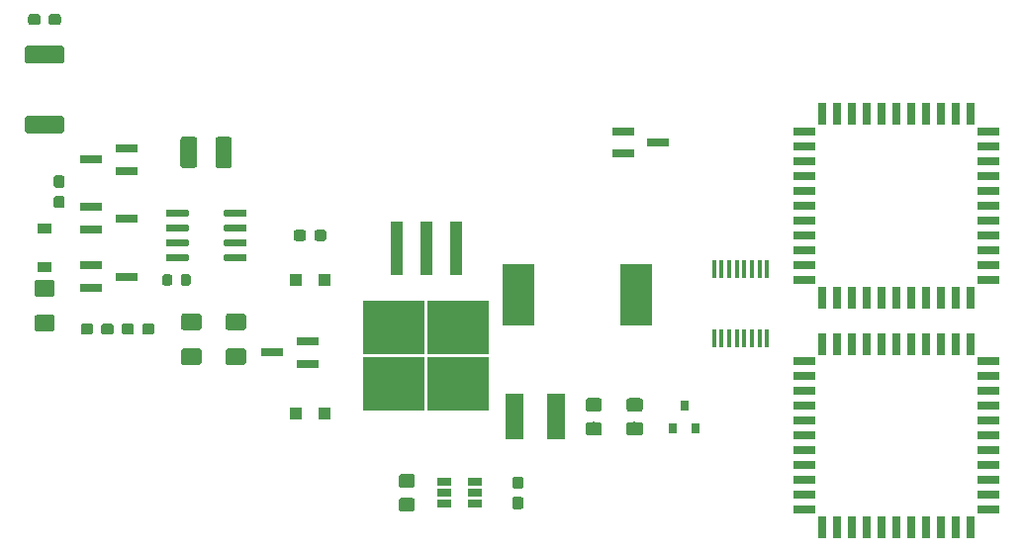
<source format=gbr>
G04 #@! TF.GenerationSoftware,KiCad,Pcbnew,5.1.4*
G04 #@! TF.CreationDate,2019-08-29T18:54:14+02:00*
G04 #@! TF.ProjectId,NixieClock,4e697869-6543-46c6-9f63-6b2e6b696361,rev?*
G04 #@! TF.SameCoordinates,Original*
G04 #@! TF.FileFunction,Paste,Top*
G04 #@! TF.FilePolarity,Positive*
%FSLAX46Y46*%
G04 Gerber Fmt 4.6, Leading zero omitted, Abs format (unit mm)*
G04 Created by KiCad (PCBNEW 5.1.4) date 2019-08-29 18:54:14*
%MOMM*%
%LPD*%
G04 APERTURE LIST*
%ADD10R,1.900000X0.800000*%
%ADD11R,0.800000X0.900000*%
%ADD12R,0.450000X1.500000*%
%ADD13C,0.100000*%
%ADD14C,1.150000*%
%ADD15R,1.220000X0.650000*%
%ADD16R,1.500000X4.000000*%
%ADD17C,0.950000*%
%ADD18C,1.425000*%
%ADD19C,1.525000*%
%ADD20R,1.200000X0.900000*%
%ADD21R,1.925000X0.700000*%
%ADD22R,0.700000X1.925000*%
%ADD23R,1.000000X1.000000*%
%ADD24R,5.250000X4.550000*%
%ADD25R,1.100000X4.600000*%
%ADD26C,0.600000*%
%ADD27R,2.800000X5.300000*%
%ADD28C,0.875000*%
G04 APERTURE END LIST*
D10*
X91500000Y-135500000D03*
X88500000Y-136450000D03*
X88500000Y-134550000D03*
D11*
X93750000Y-158000000D03*
X94700000Y-160000000D03*
X92800000Y-160000000D03*
D10*
X46000000Y-147000000D03*
X43000000Y-147950000D03*
X43000000Y-146050000D03*
D12*
X96277000Y-146369000D03*
X96927000Y-146369000D03*
X97577000Y-146369000D03*
X98227000Y-146369000D03*
X98877000Y-146369000D03*
X99527000Y-146369000D03*
X100177000Y-146369000D03*
X100827000Y-146369000D03*
X100827000Y-152269000D03*
X100177000Y-152269000D03*
X99527000Y-152269000D03*
X98877000Y-152269000D03*
X98227000Y-152269000D03*
X97577000Y-152269000D03*
X96927000Y-152269000D03*
X96277000Y-152269000D03*
D13*
G36*
X70474505Y-165951204D02*
G01*
X70498773Y-165954804D01*
X70522572Y-165960765D01*
X70545671Y-165969030D01*
X70567850Y-165979520D01*
X70588893Y-165992132D01*
X70608599Y-166006747D01*
X70626777Y-166023223D01*
X70643253Y-166041401D01*
X70657868Y-166061107D01*
X70670480Y-166082150D01*
X70680970Y-166104329D01*
X70689235Y-166127428D01*
X70695196Y-166151227D01*
X70698796Y-166175495D01*
X70700000Y-166199999D01*
X70700000Y-166850001D01*
X70698796Y-166874505D01*
X70695196Y-166898773D01*
X70689235Y-166922572D01*
X70680970Y-166945671D01*
X70670480Y-166967850D01*
X70657868Y-166988893D01*
X70643253Y-167008599D01*
X70626777Y-167026777D01*
X70608599Y-167043253D01*
X70588893Y-167057868D01*
X70567850Y-167070480D01*
X70545671Y-167080970D01*
X70522572Y-167089235D01*
X70498773Y-167095196D01*
X70474505Y-167098796D01*
X70450001Y-167100000D01*
X69549999Y-167100000D01*
X69525495Y-167098796D01*
X69501227Y-167095196D01*
X69477428Y-167089235D01*
X69454329Y-167080970D01*
X69432150Y-167070480D01*
X69411107Y-167057868D01*
X69391401Y-167043253D01*
X69373223Y-167026777D01*
X69356747Y-167008599D01*
X69342132Y-166988893D01*
X69329520Y-166967850D01*
X69319030Y-166945671D01*
X69310765Y-166922572D01*
X69304804Y-166898773D01*
X69301204Y-166874505D01*
X69300000Y-166850001D01*
X69300000Y-166199999D01*
X69301204Y-166175495D01*
X69304804Y-166151227D01*
X69310765Y-166127428D01*
X69319030Y-166104329D01*
X69329520Y-166082150D01*
X69342132Y-166061107D01*
X69356747Y-166041401D01*
X69373223Y-166023223D01*
X69391401Y-166006747D01*
X69411107Y-165992132D01*
X69432150Y-165979520D01*
X69454329Y-165969030D01*
X69477428Y-165960765D01*
X69501227Y-165954804D01*
X69525495Y-165951204D01*
X69549999Y-165950000D01*
X70450001Y-165950000D01*
X70474505Y-165951204D01*
X70474505Y-165951204D01*
G37*
D14*
X70000000Y-166525000D03*
D13*
G36*
X70474505Y-163901204D02*
G01*
X70498773Y-163904804D01*
X70522572Y-163910765D01*
X70545671Y-163919030D01*
X70567850Y-163929520D01*
X70588893Y-163942132D01*
X70608599Y-163956747D01*
X70626777Y-163973223D01*
X70643253Y-163991401D01*
X70657868Y-164011107D01*
X70670480Y-164032150D01*
X70680970Y-164054329D01*
X70689235Y-164077428D01*
X70695196Y-164101227D01*
X70698796Y-164125495D01*
X70700000Y-164149999D01*
X70700000Y-164800001D01*
X70698796Y-164824505D01*
X70695196Y-164848773D01*
X70689235Y-164872572D01*
X70680970Y-164895671D01*
X70670480Y-164917850D01*
X70657868Y-164938893D01*
X70643253Y-164958599D01*
X70626777Y-164976777D01*
X70608599Y-164993253D01*
X70588893Y-165007868D01*
X70567850Y-165020480D01*
X70545671Y-165030970D01*
X70522572Y-165039235D01*
X70498773Y-165045196D01*
X70474505Y-165048796D01*
X70450001Y-165050000D01*
X69549999Y-165050000D01*
X69525495Y-165048796D01*
X69501227Y-165045196D01*
X69477428Y-165039235D01*
X69454329Y-165030970D01*
X69432150Y-165020480D01*
X69411107Y-165007868D01*
X69391401Y-164993253D01*
X69373223Y-164976777D01*
X69356747Y-164958599D01*
X69342132Y-164938893D01*
X69329520Y-164917850D01*
X69319030Y-164895671D01*
X69310765Y-164872572D01*
X69304804Y-164848773D01*
X69301204Y-164824505D01*
X69300000Y-164800001D01*
X69300000Y-164149999D01*
X69301204Y-164125495D01*
X69304804Y-164101227D01*
X69310765Y-164077428D01*
X69319030Y-164054329D01*
X69329520Y-164032150D01*
X69342132Y-164011107D01*
X69356747Y-163991401D01*
X69373223Y-163973223D01*
X69391401Y-163956747D01*
X69411107Y-163942132D01*
X69432150Y-163929520D01*
X69454329Y-163919030D01*
X69477428Y-163910765D01*
X69501227Y-163904804D01*
X69525495Y-163901204D01*
X69549999Y-163900000D01*
X70450001Y-163900000D01*
X70474505Y-163901204D01*
X70474505Y-163901204D01*
G37*
D14*
X70000000Y-164475000D03*
D13*
G36*
X89974505Y-159451204D02*
G01*
X89998773Y-159454804D01*
X90022572Y-159460765D01*
X90045671Y-159469030D01*
X90067850Y-159479520D01*
X90088893Y-159492132D01*
X90108599Y-159506747D01*
X90126777Y-159523223D01*
X90143253Y-159541401D01*
X90157868Y-159561107D01*
X90170480Y-159582150D01*
X90180970Y-159604329D01*
X90189235Y-159627428D01*
X90195196Y-159651227D01*
X90198796Y-159675495D01*
X90200000Y-159699999D01*
X90200000Y-160350001D01*
X90198796Y-160374505D01*
X90195196Y-160398773D01*
X90189235Y-160422572D01*
X90180970Y-160445671D01*
X90170480Y-160467850D01*
X90157868Y-160488893D01*
X90143253Y-160508599D01*
X90126777Y-160526777D01*
X90108599Y-160543253D01*
X90088893Y-160557868D01*
X90067850Y-160570480D01*
X90045671Y-160580970D01*
X90022572Y-160589235D01*
X89998773Y-160595196D01*
X89974505Y-160598796D01*
X89950001Y-160600000D01*
X89049999Y-160600000D01*
X89025495Y-160598796D01*
X89001227Y-160595196D01*
X88977428Y-160589235D01*
X88954329Y-160580970D01*
X88932150Y-160570480D01*
X88911107Y-160557868D01*
X88891401Y-160543253D01*
X88873223Y-160526777D01*
X88856747Y-160508599D01*
X88842132Y-160488893D01*
X88829520Y-160467850D01*
X88819030Y-160445671D01*
X88810765Y-160422572D01*
X88804804Y-160398773D01*
X88801204Y-160374505D01*
X88800000Y-160350001D01*
X88800000Y-159699999D01*
X88801204Y-159675495D01*
X88804804Y-159651227D01*
X88810765Y-159627428D01*
X88819030Y-159604329D01*
X88829520Y-159582150D01*
X88842132Y-159561107D01*
X88856747Y-159541401D01*
X88873223Y-159523223D01*
X88891401Y-159506747D01*
X88911107Y-159492132D01*
X88932150Y-159479520D01*
X88954329Y-159469030D01*
X88977428Y-159460765D01*
X89001227Y-159454804D01*
X89025495Y-159451204D01*
X89049999Y-159450000D01*
X89950001Y-159450000D01*
X89974505Y-159451204D01*
X89974505Y-159451204D01*
G37*
D14*
X89500000Y-160025000D03*
D13*
G36*
X89974505Y-157401204D02*
G01*
X89998773Y-157404804D01*
X90022572Y-157410765D01*
X90045671Y-157419030D01*
X90067850Y-157429520D01*
X90088893Y-157442132D01*
X90108599Y-157456747D01*
X90126777Y-157473223D01*
X90143253Y-157491401D01*
X90157868Y-157511107D01*
X90170480Y-157532150D01*
X90180970Y-157554329D01*
X90189235Y-157577428D01*
X90195196Y-157601227D01*
X90198796Y-157625495D01*
X90200000Y-157649999D01*
X90200000Y-158300001D01*
X90198796Y-158324505D01*
X90195196Y-158348773D01*
X90189235Y-158372572D01*
X90180970Y-158395671D01*
X90170480Y-158417850D01*
X90157868Y-158438893D01*
X90143253Y-158458599D01*
X90126777Y-158476777D01*
X90108599Y-158493253D01*
X90088893Y-158507868D01*
X90067850Y-158520480D01*
X90045671Y-158530970D01*
X90022572Y-158539235D01*
X89998773Y-158545196D01*
X89974505Y-158548796D01*
X89950001Y-158550000D01*
X89049999Y-158550000D01*
X89025495Y-158548796D01*
X89001227Y-158545196D01*
X88977428Y-158539235D01*
X88954329Y-158530970D01*
X88932150Y-158520480D01*
X88911107Y-158507868D01*
X88891401Y-158493253D01*
X88873223Y-158476777D01*
X88856747Y-158458599D01*
X88842132Y-158438893D01*
X88829520Y-158417850D01*
X88819030Y-158395671D01*
X88810765Y-158372572D01*
X88804804Y-158348773D01*
X88801204Y-158324505D01*
X88800000Y-158300001D01*
X88800000Y-157649999D01*
X88801204Y-157625495D01*
X88804804Y-157601227D01*
X88810765Y-157577428D01*
X88819030Y-157554329D01*
X88829520Y-157532150D01*
X88842132Y-157511107D01*
X88856747Y-157491401D01*
X88873223Y-157473223D01*
X88891401Y-157456747D01*
X88911107Y-157442132D01*
X88932150Y-157429520D01*
X88954329Y-157419030D01*
X88977428Y-157410765D01*
X89001227Y-157404804D01*
X89025495Y-157401204D01*
X89049999Y-157400000D01*
X89950001Y-157400000D01*
X89974505Y-157401204D01*
X89974505Y-157401204D01*
G37*
D14*
X89500000Y-157975000D03*
D15*
X75810000Y-164550000D03*
X75810000Y-165500000D03*
X75810000Y-166450000D03*
X73190000Y-166450000D03*
X73190000Y-165500000D03*
X73190000Y-164550000D03*
D13*
G36*
X86474505Y-159451204D02*
G01*
X86498773Y-159454804D01*
X86522572Y-159460765D01*
X86545671Y-159469030D01*
X86567850Y-159479520D01*
X86588893Y-159492132D01*
X86608599Y-159506747D01*
X86626777Y-159523223D01*
X86643253Y-159541401D01*
X86657868Y-159561107D01*
X86670480Y-159582150D01*
X86680970Y-159604329D01*
X86689235Y-159627428D01*
X86695196Y-159651227D01*
X86698796Y-159675495D01*
X86700000Y-159699999D01*
X86700000Y-160350001D01*
X86698796Y-160374505D01*
X86695196Y-160398773D01*
X86689235Y-160422572D01*
X86680970Y-160445671D01*
X86670480Y-160467850D01*
X86657868Y-160488893D01*
X86643253Y-160508599D01*
X86626777Y-160526777D01*
X86608599Y-160543253D01*
X86588893Y-160557868D01*
X86567850Y-160570480D01*
X86545671Y-160580970D01*
X86522572Y-160589235D01*
X86498773Y-160595196D01*
X86474505Y-160598796D01*
X86450001Y-160600000D01*
X85549999Y-160600000D01*
X85525495Y-160598796D01*
X85501227Y-160595196D01*
X85477428Y-160589235D01*
X85454329Y-160580970D01*
X85432150Y-160570480D01*
X85411107Y-160557868D01*
X85391401Y-160543253D01*
X85373223Y-160526777D01*
X85356747Y-160508599D01*
X85342132Y-160488893D01*
X85329520Y-160467850D01*
X85319030Y-160445671D01*
X85310765Y-160422572D01*
X85304804Y-160398773D01*
X85301204Y-160374505D01*
X85300000Y-160350001D01*
X85300000Y-159699999D01*
X85301204Y-159675495D01*
X85304804Y-159651227D01*
X85310765Y-159627428D01*
X85319030Y-159604329D01*
X85329520Y-159582150D01*
X85342132Y-159561107D01*
X85356747Y-159541401D01*
X85373223Y-159523223D01*
X85391401Y-159506747D01*
X85411107Y-159492132D01*
X85432150Y-159479520D01*
X85454329Y-159469030D01*
X85477428Y-159460765D01*
X85501227Y-159454804D01*
X85525495Y-159451204D01*
X85549999Y-159450000D01*
X86450001Y-159450000D01*
X86474505Y-159451204D01*
X86474505Y-159451204D01*
G37*
D14*
X86000000Y-160025000D03*
D13*
G36*
X86474505Y-157401204D02*
G01*
X86498773Y-157404804D01*
X86522572Y-157410765D01*
X86545671Y-157419030D01*
X86567850Y-157429520D01*
X86588893Y-157442132D01*
X86608599Y-157456747D01*
X86626777Y-157473223D01*
X86643253Y-157491401D01*
X86657868Y-157511107D01*
X86670480Y-157532150D01*
X86680970Y-157554329D01*
X86689235Y-157577428D01*
X86695196Y-157601227D01*
X86698796Y-157625495D01*
X86700000Y-157649999D01*
X86700000Y-158300001D01*
X86698796Y-158324505D01*
X86695196Y-158348773D01*
X86689235Y-158372572D01*
X86680970Y-158395671D01*
X86670480Y-158417850D01*
X86657868Y-158438893D01*
X86643253Y-158458599D01*
X86626777Y-158476777D01*
X86608599Y-158493253D01*
X86588893Y-158507868D01*
X86567850Y-158520480D01*
X86545671Y-158530970D01*
X86522572Y-158539235D01*
X86498773Y-158545196D01*
X86474505Y-158548796D01*
X86450001Y-158550000D01*
X85549999Y-158550000D01*
X85525495Y-158548796D01*
X85501227Y-158545196D01*
X85477428Y-158539235D01*
X85454329Y-158530970D01*
X85432150Y-158520480D01*
X85411107Y-158507868D01*
X85391401Y-158493253D01*
X85373223Y-158476777D01*
X85356747Y-158458599D01*
X85342132Y-158438893D01*
X85329520Y-158417850D01*
X85319030Y-158395671D01*
X85310765Y-158372572D01*
X85304804Y-158348773D01*
X85301204Y-158324505D01*
X85300000Y-158300001D01*
X85300000Y-157649999D01*
X85301204Y-157625495D01*
X85304804Y-157601227D01*
X85310765Y-157577428D01*
X85319030Y-157554329D01*
X85329520Y-157532150D01*
X85342132Y-157511107D01*
X85356747Y-157491401D01*
X85373223Y-157473223D01*
X85391401Y-157456747D01*
X85411107Y-157442132D01*
X85432150Y-157429520D01*
X85454329Y-157419030D01*
X85477428Y-157410765D01*
X85501227Y-157404804D01*
X85525495Y-157401204D01*
X85549999Y-157400000D01*
X86450001Y-157400000D01*
X86474505Y-157401204D01*
X86474505Y-157401204D01*
G37*
D14*
X86000000Y-157975000D03*
D16*
X79200000Y-159000000D03*
X82800000Y-159000000D03*
D13*
G36*
X79760779Y-165851144D02*
G01*
X79783834Y-165854563D01*
X79806443Y-165860227D01*
X79828387Y-165868079D01*
X79849457Y-165878044D01*
X79869448Y-165890026D01*
X79888168Y-165903910D01*
X79905438Y-165919562D01*
X79921090Y-165936832D01*
X79934974Y-165955552D01*
X79946956Y-165975543D01*
X79956921Y-165996613D01*
X79964773Y-166018557D01*
X79970437Y-166041166D01*
X79973856Y-166064221D01*
X79975000Y-166087500D01*
X79975000Y-166662500D01*
X79973856Y-166685779D01*
X79970437Y-166708834D01*
X79964773Y-166731443D01*
X79956921Y-166753387D01*
X79946956Y-166774457D01*
X79934974Y-166794448D01*
X79921090Y-166813168D01*
X79905438Y-166830438D01*
X79888168Y-166846090D01*
X79869448Y-166859974D01*
X79849457Y-166871956D01*
X79828387Y-166881921D01*
X79806443Y-166889773D01*
X79783834Y-166895437D01*
X79760779Y-166898856D01*
X79737500Y-166900000D01*
X79262500Y-166900000D01*
X79239221Y-166898856D01*
X79216166Y-166895437D01*
X79193557Y-166889773D01*
X79171613Y-166881921D01*
X79150543Y-166871956D01*
X79130552Y-166859974D01*
X79111832Y-166846090D01*
X79094562Y-166830438D01*
X79078910Y-166813168D01*
X79065026Y-166794448D01*
X79053044Y-166774457D01*
X79043079Y-166753387D01*
X79035227Y-166731443D01*
X79029563Y-166708834D01*
X79026144Y-166685779D01*
X79025000Y-166662500D01*
X79025000Y-166087500D01*
X79026144Y-166064221D01*
X79029563Y-166041166D01*
X79035227Y-166018557D01*
X79043079Y-165996613D01*
X79053044Y-165975543D01*
X79065026Y-165955552D01*
X79078910Y-165936832D01*
X79094562Y-165919562D01*
X79111832Y-165903910D01*
X79130552Y-165890026D01*
X79150543Y-165878044D01*
X79171613Y-165868079D01*
X79193557Y-165860227D01*
X79216166Y-165854563D01*
X79239221Y-165851144D01*
X79262500Y-165850000D01*
X79737500Y-165850000D01*
X79760779Y-165851144D01*
X79760779Y-165851144D01*
G37*
D17*
X79500000Y-166375000D03*
D13*
G36*
X79760779Y-164101144D02*
G01*
X79783834Y-164104563D01*
X79806443Y-164110227D01*
X79828387Y-164118079D01*
X79849457Y-164128044D01*
X79869448Y-164140026D01*
X79888168Y-164153910D01*
X79905438Y-164169562D01*
X79921090Y-164186832D01*
X79934974Y-164205552D01*
X79946956Y-164225543D01*
X79956921Y-164246613D01*
X79964773Y-164268557D01*
X79970437Y-164291166D01*
X79973856Y-164314221D01*
X79975000Y-164337500D01*
X79975000Y-164912500D01*
X79973856Y-164935779D01*
X79970437Y-164958834D01*
X79964773Y-164981443D01*
X79956921Y-165003387D01*
X79946956Y-165024457D01*
X79934974Y-165044448D01*
X79921090Y-165063168D01*
X79905438Y-165080438D01*
X79888168Y-165096090D01*
X79869448Y-165109974D01*
X79849457Y-165121956D01*
X79828387Y-165131921D01*
X79806443Y-165139773D01*
X79783834Y-165145437D01*
X79760779Y-165148856D01*
X79737500Y-165150000D01*
X79262500Y-165150000D01*
X79239221Y-165148856D01*
X79216166Y-165145437D01*
X79193557Y-165139773D01*
X79171613Y-165131921D01*
X79150543Y-165121956D01*
X79130552Y-165109974D01*
X79111832Y-165096090D01*
X79094562Y-165080438D01*
X79078910Y-165063168D01*
X79065026Y-165044448D01*
X79053044Y-165024457D01*
X79043079Y-165003387D01*
X79035227Y-164981443D01*
X79029563Y-164958834D01*
X79026144Y-164935779D01*
X79025000Y-164912500D01*
X79025000Y-164337500D01*
X79026144Y-164314221D01*
X79029563Y-164291166D01*
X79035227Y-164268557D01*
X79043079Y-164246613D01*
X79053044Y-164225543D01*
X79065026Y-164205552D01*
X79078910Y-164186832D01*
X79094562Y-164169562D01*
X79111832Y-164153910D01*
X79130552Y-164140026D01*
X79150543Y-164128044D01*
X79171613Y-164118079D01*
X79193557Y-164110227D01*
X79216166Y-164104563D01*
X79239221Y-164101144D01*
X79262500Y-164100000D01*
X79737500Y-164100000D01*
X79760779Y-164101144D01*
X79760779Y-164101144D01*
G37*
D17*
X79500000Y-164625000D03*
D10*
X58500000Y-153500000D03*
X61500000Y-152550000D03*
X61500000Y-154450000D03*
D13*
G36*
X39649504Y-147301204D02*
G01*
X39673773Y-147304804D01*
X39697571Y-147310765D01*
X39720671Y-147319030D01*
X39742849Y-147329520D01*
X39763893Y-147342133D01*
X39783598Y-147356747D01*
X39801777Y-147373223D01*
X39818253Y-147391402D01*
X39832867Y-147411107D01*
X39845480Y-147432151D01*
X39855970Y-147454329D01*
X39864235Y-147477429D01*
X39870196Y-147501227D01*
X39873796Y-147525496D01*
X39875000Y-147550000D01*
X39875000Y-148475000D01*
X39873796Y-148499504D01*
X39870196Y-148523773D01*
X39864235Y-148547571D01*
X39855970Y-148570671D01*
X39845480Y-148592849D01*
X39832867Y-148613893D01*
X39818253Y-148633598D01*
X39801777Y-148651777D01*
X39783598Y-148668253D01*
X39763893Y-148682867D01*
X39742849Y-148695480D01*
X39720671Y-148705970D01*
X39697571Y-148714235D01*
X39673773Y-148720196D01*
X39649504Y-148723796D01*
X39625000Y-148725000D01*
X38375000Y-148725000D01*
X38350496Y-148723796D01*
X38326227Y-148720196D01*
X38302429Y-148714235D01*
X38279329Y-148705970D01*
X38257151Y-148695480D01*
X38236107Y-148682867D01*
X38216402Y-148668253D01*
X38198223Y-148651777D01*
X38181747Y-148633598D01*
X38167133Y-148613893D01*
X38154520Y-148592849D01*
X38144030Y-148570671D01*
X38135765Y-148547571D01*
X38129804Y-148523773D01*
X38126204Y-148499504D01*
X38125000Y-148475000D01*
X38125000Y-147550000D01*
X38126204Y-147525496D01*
X38129804Y-147501227D01*
X38135765Y-147477429D01*
X38144030Y-147454329D01*
X38154520Y-147432151D01*
X38167133Y-147411107D01*
X38181747Y-147391402D01*
X38198223Y-147373223D01*
X38216402Y-147356747D01*
X38236107Y-147342133D01*
X38257151Y-147329520D01*
X38279329Y-147319030D01*
X38302429Y-147310765D01*
X38326227Y-147304804D01*
X38350496Y-147301204D01*
X38375000Y-147300000D01*
X39625000Y-147300000D01*
X39649504Y-147301204D01*
X39649504Y-147301204D01*
G37*
D18*
X39000000Y-148012500D03*
D13*
G36*
X39649504Y-150276204D02*
G01*
X39673773Y-150279804D01*
X39697571Y-150285765D01*
X39720671Y-150294030D01*
X39742849Y-150304520D01*
X39763893Y-150317133D01*
X39783598Y-150331747D01*
X39801777Y-150348223D01*
X39818253Y-150366402D01*
X39832867Y-150386107D01*
X39845480Y-150407151D01*
X39855970Y-150429329D01*
X39864235Y-150452429D01*
X39870196Y-150476227D01*
X39873796Y-150500496D01*
X39875000Y-150525000D01*
X39875000Y-151450000D01*
X39873796Y-151474504D01*
X39870196Y-151498773D01*
X39864235Y-151522571D01*
X39855970Y-151545671D01*
X39845480Y-151567849D01*
X39832867Y-151588893D01*
X39818253Y-151608598D01*
X39801777Y-151626777D01*
X39783598Y-151643253D01*
X39763893Y-151657867D01*
X39742849Y-151670480D01*
X39720671Y-151680970D01*
X39697571Y-151689235D01*
X39673773Y-151695196D01*
X39649504Y-151698796D01*
X39625000Y-151700000D01*
X38375000Y-151700000D01*
X38350496Y-151698796D01*
X38326227Y-151695196D01*
X38302429Y-151689235D01*
X38279329Y-151680970D01*
X38257151Y-151670480D01*
X38236107Y-151657867D01*
X38216402Y-151643253D01*
X38198223Y-151626777D01*
X38181747Y-151608598D01*
X38167133Y-151588893D01*
X38154520Y-151567849D01*
X38144030Y-151545671D01*
X38135765Y-151522571D01*
X38129804Y-151498773D01*
X38126204Y-151474504D01*
X38125000Y-151450000D01*
X38125000Y-150525000D01*
X38126204Y-150500496D01*
X38129804Y-150476227D01*
X38135765Y-150452429D01*
X38144030Y-150429329D01*
X38154520Y-150407151D01*
X38167133Y-150386107D01*
X38181747Y-150366402D01*
X38198223Y-150348223D01*
X38216402Y-150331747D01*
X38236107Y-150317133D01*
X38257151Y-150304520D01*
X38279329Y-150294030D01*
X38302429Y-150285765D01*
X38326227Y-150279804D01*
X38350496Y-150276204D01*
X38375000Y-150275000D01*
X39625000Y-150275000D01*
X39649504Y-150276204D01*
X39649504Y-150276204D01*
G37*
D18*
X39000000Y-150987500D03*
D10*
X46000000Y-142000000D03*
X43000000Y-142950000D03*
X43000000Y-141050000D03*
X43000000Y-137000000D03*
X46000000Y-136050000D03*
X46000000Y-137950000D03*
D13*
G36*
X40185779Y-124526144D02*
G01*
X40208834Y-124529563D01*
X40231443Y-124535227D01*
X40253387Y-124543079D01*
X40274457Y-124553044D01*
X40294448Y-124565026D01*
X40313168Y-124578910D01*
X40330438Y-124594562D01*
X40346090Y-124611832D01*
X40359974Y-124630552D01*
X40371956Y-124650543D01*
X40381921Y-124671613D01*
X40389773Y-124693557D01*
X40395437Y-124716166D01*
X40398856Y-124739221D01*
X40400000Y-124762500D01*
X40400000Y-125237500D01*
X40398856Y-125260779D01*
X40395437Y-125283834D01*
X40389773Y-125306443D01*
X40381921Y-125328387D01*
X40371956Y-125349457D01*
X40359974Y-125369448D01*
X40346090Y-125388168D01*
X40330438Y-125405438D01*
X40313168Y-125421090D01*
X40294448Y-125434974D01*
X40274457Y-125446956D01*
X40253387Y-125456921D01*
X40231443Y-125464773D01*
X40208834Y-125470437D01*
X40185779Y-125473856D01*
X40162500Y-125475000D01*
X39587500Y-125475000D01*
X39564221Y-125473856D01*
X39541166Y-125470437D01*
X39518557Y-125464773D01*
X39496613Y-125456921D01*
X39475543Y-125446956D01*
X39455552Y-125434974D01*
X39436832Y-125421090D01*
X39419562Y-125405438D01*
X39403910Y-125388168D01*
X39390026Y-125369448D01*
X39378044Y-125349457D01*
X39368079Y-125328387D01*
X39360227Y-125306443D01*
X39354563Y-125283834D01*
X39351144Y-125260779D01*
X39350000Y-125237500D01*
X39350000Y-124762500D01*
X39351144Y-124739221D01*
X39354563Y-124716166D01*
X39360227Y-124693557D01*
X39368079Y-124671613D01*
X39378044Y-124650543D01*
X39390026Y-124630552D01*
X39403910Y-124611832D01*
X39419562Y-124594562D01*
X39436832Y-124578910D01*
X39455552Y-124565026D01*
X39475543Y-124553044D01*
X39496613Y-124543079D01*
X39518557Y-124535227D01*
X39541166Y-124529563D01*
X39564221Y-124526144D01*
X39587500Y-124525000D01*
X40162500Y-124525000D01*
X40185779Y-124526144D01*
X40185779Y-124526144D01*
G37*
D17*
X39875000Y-125000000D03*
D13*
G36*
X38435779Y-124526144D02*
G01*
X38458834Y-124529563D01*
X38481443Y-124535227D01*
X38503387Y-124543079D01*
X38524457Y-124553044D01*
X38544448Y-124565026D01*
X38563168Y-124578910D01*
X38580438Y-124594562D01*
X38596090Y-124611832D01*
X38609974Y-124630552D01*
X38621956Y-124650543D01*
X38631921Y-124671613D01*
X38639773Y-124693557D01*
X38645437Y-124716166D01*
X38648856Y-124739221D01*
X38650000Y-124762500D01*
X38650000Y-125237500D01*
X38648856Y-125260779D01*
X38645437Y-125283834D01*
X38639773Y-125306443D01*
X38631921Y-125328387D01*
X38621956Y-125349457D01*
X38609974Y-125369448D01*
X38596090Y-125388168D01*
X38580438Y-125405438D01*
X38563168Y-125421090D01*
X38544448Y-125434974D01*
X38524457Y-125446956D01*
X38503387Y-125456921D01*
X38481443Y-125464773D01*
X38458834Y-125470437D01*
X38435779Y-125473856D01*
X38412500Y-125475000D01*
X37837500Y-125475000D01*
X37814221Y-125473856D01*
X37791166Y-125470437D01*
X37768557Y-125464773D01*
X37746613Y-125456921D01*
X37725543Y-125446956D01*
X37705552Y-125434974D01*
X37686832Y-125421090D01*
X37669562Y-125405438D01*
X37653910Y-125388168D01*
X37640026Y-125369448D01*
X37628044Y-125349457D01*
X37618079Y-125328387D01*
X37610227Y-125306443D01*
X37604563Y-125283834D01*
X37601144Y-125260779D01*
X37600000Y-125237500D01*
X37600000Y-124762500D01*
X37601144Y-124739221D01*
X37604563Y-124716166D01*
X37610227Y-124693557D01*
X37618079Y-124671613D01*
X37628044Y-124650543D01*
X37640026Y-124630552D01*
X37653910Y-124611832D01*
X37669562Y-124594562D01*
X37686832Y-124578910D01*
X37705552Y-124565026D01*
X37725543Y-124553044D01*
X37746613Y-124543079D01*
X37768557Y-124535227D01*
X37791166Y-124529563D01*
X37814221Y-124526144D01*
X37837500Y-124525000D01*
X38412500Y-124525000D01*
X38435779Y-124526144D01*
X38435779Y-124526144D01*
G37*
D17*
X38125000Y-125000000D03*
D13*
G36*
X40510779Y-138351144D02*
G01*
X40533834Y-138354563D01*
X40556443Y-138360227D01*
X40578387Y-138368079D01*
X40599457Y-138378044D01*
X40619448Y-138390026D01*
X40638168Y-138403910D01*
X40655438Y-138419562D01*
X40671090Y-138436832D01*
X40684974Y-138455552D01*
X40696956Y-138475543D01*
X40706921Y-138496613D01*
X40714773Y-138518557D01*
X40720437Y-138541166D01*
X40723856Y-138564221D01*
X40725000Y-138587500D01*
X40725000Y-139162500D01*
X40723856Y-139185779D01*
X40720437Y-139208834D01*
X40714773Y-139231443D01*
X40706921Y-139253387D01*
X40696956Y-139274457D01*
X40684974Y-139294448D01*
X40671090Y-139313168D01*
X40655438Y-139330438D01*
X40638168Y-139346090D01*
X40619448Y-139359974D01*
X40599457Y-139371956D01*
X40578387Y-139381921D01*
X40556443Y-139389773D01*
X40533834Y-139395437D01*
X40510779Y-139398856D01*
X40487500Y-139400000D01*
X40012500Y-139400000D01*
X39989221Y-139398856D01*
X39966166Y-139395437D01*
X39943557Y-139389773D01*
X39921613Y-139381921D01*
X39900543Y-139371956D01*
X39880552Y-139359974D01*
X39861832Y-139346090D01*
X39844562Y-139330438D01*
X39828910Y-139313168D01*
X39815026Y-139294448D01*
X39803044Y-139274457D01*
X39793079Y-139253387D01*
X39785227Y-139231443D01*
X39779563Y-139208834D01*
X39776144Y-139185779D01*
X39775000Y-139162500D01*
X39775000Y-138587500D01*
X39776144Y-138564221D01*
X39779563Y-138541166D01*
X39785227Y-138518557D01*
X39793079Y-138496613D01*
X39803044Y-138475543D01*
X39815026Y-138455552D01*
X39828910Y-138436832D01*
X39844562Y-138419562D01*
X39861832Y-138403910D01*
X39880552Y-138390026D01*
X39900543Y-138378044D01*
X39921613Y-138368079D01*
X39943557Y-138360227D01*
X39966166Y-138354563D01*
X39989221Y-138351144D01*
X40012500Y-138350000D01*
X40487500Y-138350000D01*
X40510779Y-138351144D01*
X40510779Y-138351144D01*
G37*
D17*
X40250000Y-138875000D03*
D13*
G36*
X40510779Y-140101144D02*
G01*
X40533834Y-140104563D01*
X40556443Y-140110227D01*
X40578387Y-140118079D01*
X40599457Y-140128044D01*
X40619448Y-140140026D01*
X40638168Y-140153910D01*
X40655438Y-140169562D01*
X40671090Y-140186832D01*
X40684974Y-140205552D01*
X40696956Y-140225543D01*
X40706921Y-140246613D01*
X40714773Y-140268557D01*
X40720437Y-140291166D01*
X40723856Y-140314221D01*
X40725000Y-140337500D01*
X40725000Y-140912500D01*
X40723856Y-140935779D01*
X40720437Y-140958834D01*
X40714773Y-140981443D01*
X40706921Y-141003387D01*
X40696956Y-141024457D01*
X40684974Y-141044448D01*
X40671090Y-141063168D01*
X40655438Y-141080438D01*
X40638168Y-141096090D01*
X40619448Y-141109974D01*
X40599457Y-141121956D01*
X40578387Y-141131921D01*
X40556443Y-141139773D01*
X40533834Y-141145437D01*
X40510779Y-141148856D01*
X40487500Y-141150000D01*
X40012500Y-141150000D01*
X39989221Y-141148856D01*
X39966166Y-141145437D01*
X39943557Y-141139773D01*
X39921613Y-141131921D01*
X39900543Y-141121956D01*
X39880552Y-141109974D01*
X39861832Y-141096090D01*
X39844562Y-141080438D01*
X39828910Y-141063168D01*
X39815026Y-141044448D01*
X39803044Y-141024457D01*
X39793079Y-141003387D01*
X39785227Y-140981443D01*
X39779563Y-140958834D01*
X39776144Y-140935779D01*
X39775000Y-140912500D01*
X39775000Y-140337500D01*
X39776144Y-140314221D01*
X39779563Y-140291166D01*
X39785227Y-140268557D01*
X39793079Y-140246613D01*
X39803044Y-140225543D01*
X39815026Y-140205552D01*
X39828910Y-140186832D01*
X39844562Y-140169562D01*
X39861832Y-140153910D01*
X39880552Y-140140026D01*
X39900543Y-140128044D01*
X39921613Y-140118079D01*
X39943557Y-140110227D01*
X39966166Y-140104563D01*
X39989221Y-140101144D01*
X40012500Y-140100000D01*
X40487500Y-140100000D01*
X40510779Y-140101144D01*
X40510779Y-140101144D01*
G37*
D17*
X40250000Y-140625000D03*
D13*
G36*
X48185779Y-151026144D02*
G01*
X48208834Y-151029563D01*
X48231443Y-151035227D01*
X48253387Y-151043079D01*
X48274457Y-151053044D01*
X48294448Y-151065026D01*
X48313168Y-151078910D01*
X48330438Y-151094562D01*
X48346090Y-151111832D01*
X48359974Y-151130552D01*
X48371956Y-151150543D01*
X48381921Y-151171613D01*
X48389773Y-151193557D01*
X48395437Y-151216166D01*
X48398856Y-151239221D01*
X48400000Y-151262500D01*
X48400000Y-151737500D01*
X48398856Y-151760779D01*
X48395437Y-151783834D01*
X48389773Y-151806443D01*
X48381921Y-151828387D01*
X48371956Y-151849457D01*
X48359974Y-151869448D01*
X48346090Y-151888168D01*
X48330438Y-151905438D01*
X48313168Y-151921090D01*
X48294448Y-151934974D01*
X48274457Y-151946956D01*
X48253387Y-151956921D01*
X48231443Y-151964773D01*
X48208834Y-151970437D01*
X48185779Y-151973856D01*
X48162500Y-151975000D01*
X47587500Y-151975000D01*
X47564221Y-151973856D01*
X47541166Y-151970437D01*
X47518557Y-151964773D01*
X47496613Y-151956921D01*
X47475543Y-151946956D01*
X47455552Y-151934974D01*
X47436832Y-151921090D01*
X47419562Y-151905438D01*
X47403910Y-151888168D01*
X47390026Y-151869448D01*
X47378044Y-151849457D01*
X47368079Y-151828387D01*
X47360227Y-151806443D01*
X47354563Y-151783834D01*
X47351144Y-151760779D01*
X47350000Y-151737500D01*
X47350000Y-151262500D01*
X47351144Y-151239221D01*
X47354563Y-151216166D01*
X47360227Y-151193557D01*
X47368079Y-151171613D01*
X47378044Y-151150543D01*
X47390026Y-151130552D01*
X47403910Y-151111832D01*
X47419562Y-151094562D01*
X47436832Y-151078910D01*
X47455552Y-151065026D01*
X47475543Y-151053044D01*
X47496613Y-151043079D01*
X47518557Y-151035227D01*
X47541166Y-151029563D01*
X47564221Y-151026144D01*
X47587500Y-151025000D01*
X48162500Y-151025000D01*
X48185779Y-151026144D01*
X48185779Y-151026144D01*
G37*
D17*
X47875000Y-151500000D03*
D13*
G36*
X46435779Y-151026144D02*
G01*
X46458834Y-151029563D01*
X46481443Y-151035227D01*
X46503387Y-151043079D01*
X46524457Y-151053044D01*
X46544448Y-151065026D01*
X46563168Y-151078910D01*
X46580438Y-151094562D01*
X46596090Y-151111832D01*
X46609974Y-151130552D01*
X46621956Y-151150543D01*
X46631921Y-151171613D01*
X46639773Y-151193557D01*
X46645437Y-151216166D01*
X46648856Y-151239221D01*
X46650000Y-151262500D01*
X46650000Y-151737500D01*
X46648856Y-151760779D01*
X46645437Y-151783834D01*
X46639773Y-151806443D01*
X46631921Y-151828387D01*
X46621956Y-151849457D01*
X46609974Y-151869448D01*
X46596090Y-151888168D01*
X46580438Y-151905438D01*
X46563168Y-151921090D01*
X46544448Y-151934974D01*
X46524457Y-151946956D01*
X46503387Y-151956921D01*
X46481443Y-151964773D01*
X46458834Y-151970437D01*
X46435779Y-151973856D01*
X46412500Y-151975000D01*
X45837500Y-151975000D01*
X45814221Y-151973856D01*
X45791166Y-151970437D01*
X45768557Y-151964773D01*
X45746613Y-151956921D01*
X45725543Y-151946956D01*
X45705552Y-151934974D01*
X45686832Y-151921090D01*
X45669562Y-151905438D01*
X45653910Y-151888168D01*
X45640026Y-151869448D01*
X45628044Y-151849457D01*
X45618079Y-151828387D01*
X45610227Y-151806443D01*
X45604563Y-151783834D01*
X45601144Y-151760779D01*
X45600000Y-151737500D01*
X45600000Y-151262500D01*
X45601144Y-151239221D01*
X45604563Y-151216166D01*
X45610227Y-151193557D01*
X45618079Y-151171613D01*
X45628044Y-151150543D01*
X45640026Y-151130552D01*
X45653910Y-151111832D01*
X45669562Y-151094562D01*
X45686832Y-151078910D01*
X45705552Y-151065026D01*
X45725543Y-151053044D01*
X45746613Y-151043079D01*
X45768557Y-151035227D01*
X45791166Y-151029563D01*
X45814221Y-151026144D01*
X45837500Y-151025000D01*
X46412500Y-151025000D01*
X46435779Y-151026144D01*
X46435779Y-151026144D01*
G37*
D17*
X46125000Y-151500000D03*
D13*
G36*
X40449505Y-127251204D02*
G01*
X40473773Y-127254804D01*
X40497572Y-127260765D01*
X40520671Y-127269030D01*
X40542850Y-127279520D01*
X40563893Y-127292132D01*
X40583599Y-127306747D01*
X40601777Y-127323223D01*
X40618253Y-127341401D01*
X40632868Y-127361107D01*
X40645480Y-127382150D01*
X40655970Y-127404329D01*
X40664235Y-127427428D01*
X40670196Y-127451227D01*
X40673796Y-127475495D01*
X40675000Y-127499999D01*
X40675000Y-128525001D01*
X40673796Y-128549505D01*
X40670196Y-128573773D01*
X40664235Y-128597572D01*
X40655970Y-128620671D01*
X40645480Y-128642850D01*
X40632868Y-128663893D01*
X40618253Y-128683599D01*
X40601777Y-128701777D01*
X40583599Y-128718253D01*
X40563893Y-128732868D01*
X40542850Y-128745480D01*
X40520671Y-128755970D01*
X40497572Y-128764235D01*
X40473773Y-128770196D01*
X40449505Y-128773796D01*
X40425001Y-128775000D01*
X37574999Y-128775000D01*
X37550495Y-128773796D01*
X37526227Y-128770196D01*
X37502428Y-128764235D01*
X37479329Y-128755970D01*
X37457150Y-128745480D01*
X37436107Y-128732868D01*
X37416401Y-128718253D01*
X37398223Y-128701777D01*
X37381747Y-128683599D01*
X37367132Y-128663893D01*
X37354520Y-128642850D01*
X37344030Y-128620671D01*
X37335765Y-128597572D01*
X37329804Y-128573773D01*
X37326204Y-128549505D01*
X37325000Y-128525001D01*
X37325000Y-127499999D01*
X37326204Y-127475495D01*
X37329804Y-127451227D01*
X37335765Y-127427428D01*
X37344030Y-127404329D01*
X37354520Y-127382150D01*
X37367132Y-127361107D01*
X37381747Y-127341401D01*
X37398223Y-127323223D01*
X37416401Y-127306747D01*
X37436107Y-127292132D01*
X37457150Y-127279520D01*
X37479329Y-127269030D01*
X37502428Y-127260765D01*
X37526227Y-127254804D01*
X37550495Y-127251204D01*
X37574999Y-127250000D01*
X40425001Y-127250000D01*
X40449505Y-127251204D01*
X40449505Y-127251204D01*
G37*
D19*
X39000000Y-128012500D03*
D13*
G36*
X40449505Y-133226204D02*
G01*
X40473773Y-133229804D01*
X40497572Y-133235765D01*
X40520671Y-133244030D01*
X40542850Y-133254520D01*
X40563893Y-133267132D01*
X40583599Y-133281747D01*
X40601777Y-133298223D01*
X40618253Y-133316401D01*
X40632868Y-133336107D01*
X40645480Y-133357150D01*
X40655970Y-133379329D01*
X40664235Y-133402428D01*
X40670196Y-133426227D01*
X40673796Y-133450495D01*
X40675000Y-133474999D01*
X40675000Y-134500001D01*
X40673796Y-134524505D01*
X40670196Y-134548773D01*
X40664235Y-134572572D01*
X40655970Y-134595671D01*
X40645480Y-134617850D01*
X40632868Y-134638893D01*
X40618253Y-134658599D01*
X40601777Y-134676777D01*
X40583599Y-134693253D01*
X40563893Y-134707868D01*
X40542850Y-134720480D01*
X40520671Y-134730970D01*
X40497572Y-134739235D01*
X40473773Y-134745196D01*
X40449505Y-134748796D01*
X40425001Y-134750000D01*
X37574999Y-134750000D01*
X37550495Y-134748796D01*
X37526227Y-134745196D01*
X37502428Y-134739235D01*
X37479329Y-134730970D01*
X37457150Y-134720480D01*
X37436107Y-134707868D01*
X37416401Y-134693253D01*
X37398223Y-134676777D01*
X37381747Y-134658599D01*
X37367132Y-134638893D01*
X37354520Y-134617850D01*
X37344030Y-134595671D01*
X37335765Y-134572572D01*
X37329804Y-134548773D01*
X37326204Y-134524505D01*
X37325000Y-134500001D01*
X37325000Y-133474999D01*
X37326204Y-133450495D01*
X37329804Y-133426227D01*
X37335765Y-133402428D01*
X37344030Y-133379329D01*
X37354520Y-133357150D01*
X37367132Y-133336107D01*
X37381747Y-133316401D01*
X37398223Y-133298223D01*
X37416401Y-133281747D01*
X37436107Y-133267132D01*
X37457150Y-133254520D01*
X37479329Y-133244030D01*
X37502428Y-133235765D01*
X37526227Y-133229804D01*
X37550495Y-133226204D01*
X37574999Y-133225000D01*
X40425001Y-133225000D01*
X40449505Y-133226204D01*
X40449505Y-133226204D01*
G37*
D19*
X39000000Y-133987500D03*
D20*
X39000000Y-142850000D03*
X39000000Y-146150000D03*
D13*
G36*
X44685779Y-151026144D02*
G01*
X44708834Y-151029563D01*
X44731443Y-151035227D01*
X44753387Y-151043079D01*
X44774457Y-151053044D01*
X44794448Y-151065026D01*
X44813168Y-151078910D01*
X44830438Y-151094562D01*
X44846090Y-151111832D01*
X44859974Y-151130552D01*
X44871956Y-151150543D01*
X44881921Y-151171613D01*
X44889773Y-151193557D01*
X44895437Y-151216166D01*
X44898856Y-151239221D01*
X44900000Y-151262500D01*
X44900000Y-151737500D01*
X44898856Y-151760779D01*
X44895437Y-151783834D01*
X44889773Y-151806443D01*
X44881921Y-151828387D01*
X44871956Y-151849457D01*
X44859974Y-151869448D01*
X44846090Y-151888168D01*
X44830438Y-151905438D01*
X44813168Y-151921090D01*
X44794448Y-151934974D01*
X44774457Y-151946956D01*
X44753387Y-151956921D01*
X44731443Y-151964773D01*
X44708834Y-151970437D01*
X44685779Y-151973856D01*
X44662500Y-151975000D01*
X44087500Y-151975000D01*
X44064221Y-151973856D01*
X44041166Y-151970437D01*
X44018557Y-151964773D01*
X43996613Y-151956921D01*
X43975543Y-151946956D01*
X43955552Y-151934974D01*
X43936832Y-151921090D01*
X43919562Y-151905438D01*
X43903910Y-151888168D01*
X43890026Y-151869448D01*
X43878044Y-151849457D01*
X43868079Y-151828387D01*
X43860227Y-151806443D01*
X43854563Y-151783834D01*
X43851144Y-151760779D01*
X43850000Y-151737500D01*
X43850000Y-151262500D01*
X43851144Y-151239221D01*
X43854563Y-151216166D01*
X43860227Y-151193557D01*
X43868079Y-151171613D01*
X43878044Y-151150543D01*
X43890026Y-151130552D01*
X43903910Y-151111832D01*
X43919562Y-151094562D01*
X43936832Y-151078910D01*
X43955552Y-151065026D01*
X43975543Y-151053044D01*
X43996613Y-151043079D01*
X44018557Y-151035227D01*
X44041166Y-151029563D01*
X44064221Y-151026144D01*
X44087500Y-151025000D01*
X44662500Y-151025000D01*
X44685779Y-151026144D01*
X44685779Y-151026144D01*
G37*
D17*
X44375000Y-151500000D03*
D13*
G36*
X42935779Y-151026144D02*
G01*
X42958834Y-151029563D01*
X42981443Y-151035227D01*
X43003387Y-151043079D01*
X43024457Y-151053044D01*
X43044448Y-151065026D01*
X43063168Y-151078910D01*
X43080438Y-151094562D01*
X43096090Y-151111832D01*
X43109974Y-151130552D01*
X43121956Y-151150543D01*
X43131921Y-151171613D01*
X43139773Y-151193557D01*
X43145437Y-151216166D01*
X43148856Y-151239221D01*
X43150000Y-151262500D01*
X43150000Y-151737500D01*
X43148856Y-151760779D01*
X43145437Y-151783834D01*
X43139773Y-151806443D01*
X43131921Y-151828387D01*
X43121956Y-151849457D01*
X43109974Y-151869448D01*
X43096090Y-151888168D01*
X43080438Y-151905438D01*
X43063168Y-151921090D01*
X43044448Y-151934974D01*
X43024457Y-151946956D01*
X43003387Y-151956921D01*
X42981443Y-151964773D01*
X42958834Y-151970437D01*
X42935779Y-151973856D01*
X42912500Y-151975000D01*
X42337500Y-151975000D01*
X42314221Y-151973856D01*
X42291166Y-151970437D01*
X42268557Y-151964773D01*
X42246613Y-151956921D01*
X42225543Y-151946956D01*
X42205552Y-151934974D01*
X42186832Y-151921090D01*
X42169562Y-151905438D01*
X42153910Y-151888168D01*
X42140026Y-151869448D01*
X42128044Y-151849457D01*
X42118079Y-151828387D01*
X42110227Y-151806443D01*
X42104563Y-151783834D01*
X42101144Y-151760779D01*
X42100000Y-151737500D01*
X42100000Y-151262500D01*
X42101144Y-151239221D01*
X42104563Y-151216166D01*
X42110227Y-151193557D01*
X42118079Y-151171613D01*
X42128044Y-151150543D01*
X42140026Y-151130552D01*
X42153910Y-151111832D01*
X42169562Y-151094562D01*
X42186832Y-151078910D01*
X42205552Y-151065026D01*
X42225543Y-151053044D01*
X42246613Y-151043079D01*
X42268557Y-151035227D01*
X42291166Y-151029563D01*
X42314221Y-151026144D01*
X42337500Y-151025000D01*
X42912500Y-151025000D01*
X42935779Y-151026144D01*
X42935779Y-151026144D01*
G37*
D17*
X42625000Y-151500000D03*
D21*
X104024500Y-166972000D03*
X104024500Y-165702000D03*
X104024500Y-164432000D03*
X104024500Y-163162000D03*
X104024500Y-161892000D03*
X104024500Y-160622000D03*
X104024500Y-159352000D03*
X104024500Y-158082000D03*
X104024500Y-156812000D03*
X104024500Y-155542000D03*
X104024500Y-154272000D03*
D22*
X105537000Y-152759500D03*
X106807000Y-152759500D03*
X108077000Y-152759500D03*
X109347000Y-152759500D03*
X110617000Y-152759500D03*
X111887000Y-152759500D03*
X113157000Y-152759500D03*
X114427000Y-152759500D03*
X115697000Y-152759500D03*
X116967000Y-152759500D03*
X118237000Y-152759500D03*
D21*
X119749500Y-154272000D03*
X119749500Y-155542000D03*
X119749500Y-156812000D03*
X119749500Y-158082000D03*
X119749500Y-159352000D03*
X119749500Y-160622000D03*
X119749500Y-161892000D03*
X119749500Y-163162000D03*
X119749500Y-164432000D03*
X119749500Y-165702000D03*
X119749500Y-166972000D03*
D22*
X105537000Y-168484500D03*
X106807000Y-168484500D03*
X108077000Y-168484500D03*
X109347000Y-168484500D03*
X110617000Y-168484500D03*
X118237000Y-168484500D03*
X116967000Y-168484500D03*
X115697000Y-168484500D03*
X114427000Y-168484500D03*
X113157000Y-168484500D03*
X111887000Y-168484500D03*
X118237000Y-148799500D03*
X116967000Y-148799500D03*
X115697000Y-148799500D03*
X114427000Y-148799500D03*
X113157000Y-148799500D03*
X111887000Y-148799500D03*
X110617000Y-148799500D03*
X109347000Y-148799500D03*
X108077000Y-148799500D03*
X106807000Y-148799500D03*
X105537000Y-148799500D03*
D21*
X104024500Y-147287000D03*
X104024500Y-146017000D03*
X104024500Y-144747000D03*
X104024500Y-143477000D03*
X104024500Y-142207000D03*
X104024500Y-140937000D03*
X104024500Y-139667000D03*
X104024500Y-138397000D03*
X104024500Y-137127000D03*
X104024500Y-135857000D03*
X104024500Y-134587000D03*
D22*
X105537000Y-133074500D03*
X106807000Y-133074500D03*
X108077000Y-133074500D03*
X109347000Y-133074500D03*
X110617000Y-133074500D03*
X111887000Y-133074500D03*
X113157000Y-133074500D03*
X114427000Y-133074500D03*
X115697000Y-133074500D03*
X116967000Y-133074500D03*
X118237000Y-133074500D03*
D21*
X119749500Y-147287000D03*
X119749500Y-146017000D03*
X119749500Y-144747000D03*
X119749500Y-143477000D03*
X119749500Y-142207000D03*
X119749500Y-134587000D03*
X119749500Y-135857000D03*
X119749500Y-137127000D03*
X119749500Y-138397000D03*
X119749500Y-139667000D03*
X119749500Y-140937000D03*
D23*
X60472000Y-147287000D03*
X62972000Y-147287000D03*
D24*
X68872000Y-151327000D03*
X74422000Y-156177000D03*
X74422000Y-151327000D03*
X68872000Y-156177000D03*
D25*
X69107000Y-144602000D03*
X71647000Y-144602000D03*
X74187000Y-144602000D03*
D13*
G36*
X56146703Y-141272722D02*
G01*
X56161264Y-141274882D01*
X56175543Y-141278459D01*
X56189403Y-141283418D01*
X56202710Y-141289712D01*
X56215336Y-141297280D01*
X56227159Y-141306048D01*
X56238066Y-141315934D01*
X56247952Y-141326841D01*
X56256720Y-141338664D01*
X56264288Y-141351290D01*
X56270582Y-141364597D01*
X56275541Y-141378457D01*
X56279118Y-141392736D01*
X56281278Y-141407297D01*
X56282000Y-141422000D01*
X56282000Y-141722000D01*
X56281278Y-141736703D01*
X56279118Y-141751264D01*
X56275541Y-141765543D01*
X56270582Y-141779403D01*
X56264288Y-141792710D01*
X56256720Y-141805336D01*
X56247952Y-141817159D01*
X56238066Y-141828066D01*
X56227159Y-141837952D01*
X56215336Y-141846720D01*
X56202710Y-141854288D01*
X56189403Y-141860582D01*
X56175543Y-141865541D01*
X56161264Y-141869118D01*
X56146703Y-141871278D01*
X56132000Y-141872000D01*
X54482000Y-141872000D01*
X54467297Y-141871278D01*
X54452736Y-141869118D01*
X54438457Y-141865541D01*
X54424597Y-141860582D01*
X54411290Y-141854288D01*
X54398664Y-141846720D01*
X54386841Y-141837952D01*
X54375934Y-141828066D01*
X54366048Y-141817159D01*
X54357280Y-141805336D01*
X54349712Y-141792710D01*
X54343418Y-141779403D01*
X54338459Y-141765543D01*
X54334882Y-141751264D01*
X54332722Y-141736703D01*
X54332000Y-141722000D01*
X54332000Y-141422000D01*
X54332722Y-141407297D01*
X54334882Y-141392736D01*
X54338459Y-141378457D01*
X54343418Y-141364597D01*
X54349712Y-141351290D01*
X54357280Y-141338664D01*
X54366048Y-141326841D01*
X54375934Y-141315934D01*
X54386841Y-141306048D01*
X54398664Y-141297280D01*
X54411290Y-141289712D01*
X54424597Y-141283418D01*
X54438457Y-141278459D01*
X54452736Y-141274882D01*
X54467297Y-141272722D01*
X54482000Y-141272000D01*
X56132000Y-141272000D01*
X56146703Y-141272722D01*
X56146703Y-141272722D01*
G37*
D26*
X55307000Y-141572000D03*
D13*
G36*
X56146703Y-142542722D02*
G01*
X56161264Y-142544882D01*
X56175543Y-142548459D01*
X56189403Y-142553418D01*
X56202710Y-142559712D01*
X56215336Y-142567280D01*
X56227159Y-142576048D01*
X56238066Y-142585934D01*
X56247952Y-142596841D01*
X56256720Y-142608664D01*
X56264288Y-142621290D01*
X56270582Y-142634597D01*
X56275541Y-142648457D01*
X56279118Y-142662736D01*
X56281278Y-142677297D01*
X56282000Y-142692000D01*
X56282000Y-142992000D01*
X56281278Y-143006703D01*
X56279118Y-143021264D01*
X56275541Y-143035543D01*
X56270582Y-143049403D01*
X56264288Y-143062710D01*
X56256720Y-143075336D01*
X56247952Y-143087159D01*
X56238066Y-143098066D01*
X56227159Y-143107952D01*
X56215336Y-143116720D01*
X56202710Y-143124288D01*
X56189403Y-143130582D01*
X56175543Y-143135541D01*
X56161264Y-143139118D01*
X56146703Y-143141278D01*
X56132000Y-143142000D01*
X54482000Y-143142000D01*
X54467297Y-143141278D01*
X54452736Y-143139118D01*
X54438457Y-143135541D01*
X54424597Y-143130582D01*
X54411290Y-143124288D01*
X54398664Y-143116720D01*
X54386841Y-143107952D01*
X54375934Y-143098066D01*
X54366048Y-143087159D01*
X54357280Y-143075336D01*
X54349712Y-143062710D01*
X54343418Y-143049403D01*
X54338459Y-143035543D01*
X54334882Y-143021264D01*
X54332722Y-143006703D01*
X54332000Y-142992000D01*
X54332000Y-142692000D01*
X54332722Y-142677297D01*
X54334882Y-142662736D01*
X54338459Y-142648457D01*
X54343418Y-142634597D01*
X54349712Y-142621290D01*
X54357280Y-142608664D01*
X54366048Y-142596841D01*
X54375934Y-142585934D01*
X54386841Y-142576048D01*
X54398664Y-142567280D01*
X54411290Y-142559712D01*
X54424597Y-142553418D01*
X54438457Y-142548459D01*
X54452736Y-142544882D01*
X54467297Y-142542722D01*
X54482000Y-142542000D01*
X56132000Y-142542000D01*
X56146703Y-142542722D01*
X56146703Y-142542722D01*
G37*
D26*
X55307000Y-142842000D03*
D13*
G36*
X56146703Y-143812722D02*
G01*
X56161264Y-143814882D01*
X56175543Y-143818459D01*
X56189403Y-143823418D01*
X56202710Y-143829712D01*
X56215336Y-143837280D01*
X56227159Y-143846048D01*
X56238066Y-143855934D01*
X56247952Y-143866841D01*
X56256720Y-143878664D01*
X56264288Y-143891290D01*
X56270582Y-143904597D01*
X56275541Y-143918457D01*
X56279118Y-143932736D01*
X56281278Y-143947297D01*
X56282000Y-143962000D01*
X56282000Y-144262000D01*
X56281278Y-144276703D01*
X56279118Y-144291264D01*
X56275541Y-144305543D01*
X56270582Y-144319403D01*
X56264288Y-144332710D01*
X56256720Y-144345336D01*
X56247952Y-144357159D01*
X56238066Y-144368066D01*
X56227159Y-144377952D01*
X56215336Y-144386720D01*
X56202710Y-144394288D01*
X56189403Y-144400582D01*
X56175543Y-144405541D01*
X56161264Y-144409118D01*
X56146703Y-144411278D01*
X56132000Y-144412000D01*
X54482000Y-144412000D01*
X54467297Y-144411278D01*
X54452736Y-144409118D01*
X54438457Y-144405541D01*
X54424597Y-144400582D01*
X54411290Y-144394288D01*
X54398664Y-144386720D01*
X54386841Y-144377952D01*
X54375934Y-144368066D01*
X54366048Y-144357159D01*
X54357280Y-144345336D01*
X54349712Y-144332710D01*
X54343418Y-144319403D01*
X54338459Y-144305543D01*
X54334882Y-144291264D01*
X54332722Y-144276703D01*
X54332000Y-144262000D01*
X54332000Y-143962000D01*
X54332722Y-143947297D01*
X54334882Y-143932736D01*
X54338459Y-143918457D01*
X54343418Y-143904597D01*
X54349712Y-143891290D01*
X54357280Y-143878664D01*
X54366048Y-143866841D01*
X54375934Y-143855934D01*
X54386841Y-143846048D01*
X54398664Y-143837280D01*
X54411290Y-143829712D01*
X54424597Y-143823418D01*
X54438457Y-143818459D01*
X54452736Y-143814882D01*
X54467297Y-143812722D01*
X54482000Y-143812000D01*
X56132000Y-143812000D01*
X56146703Y-143812722D01*
X56146703Y-143812722D01*
G37*
D26*
X55307000Y-144112000D03*
D13*
G36*
X56146703Y-145082722D02*
G01*
X56161264Y-145084882D01*
X56175543Y-145088459D01*
X56189403Y-145093418D01*
X56202710Y-145099712D01*
X56215336Y-145107280D01*
X56227159Y-145116048D01*
X56238066Y-145125934D01*
X56247952Y-145136841D01*
X56256720Y-145148664D01*
X56264288Y-145161290D01*
X56270582Y-145174597D01*
X56275541Y-145188457D01*
X56279118Y-145202736D01*
X56281278Y-145217297D01*
X56282000Y-145232000D01*
X56282000Y-145532000D01*
X56281278Y-145546703D01*
X56279118Y-145561264D01*
X56275541Y-145575543D01*
X56270582Y-145589403D01*
X56264288Y-145602710D01*
X56256720Y-145615336D01*
X56247952Y-145627159D01*
X56238066Y-145638066D01*
X56227159Y-145647952D01*
X56215336Y-145656720D01*
X56202710Y-145664288D01*
X56189403Y-145670582D01*
X56175543Y-145675541D01*
X56161264Y-145679118D01*
X56146703Y-145681278D01*
X56132000Y-145682000D01*
X54482000Y-145682000D01*
X54467297Y-145681278D01*
X54452736Y-145679118D01*
X54438457Y-145675541D01*
X54424597Y-145670582D01*
X54411290Y-145664288D01*
X54398664Y-145656720D01*
X54386841Y-145647952D01*
X54375934Y-145638066D01*
X54366048Y-145627159D01*
X54357280Y-145615336D01*
X54349712Y-145602710D01*
X54343418Y-145589403D01*
X54338459Y-145575543D01*
X54334882Y-145561264D01*
X54332722Y-145546703D01*
X54332000Y-145532000D01*
X54332000Y-145232000D01*
X54332722Y-145217297D01*
X54334882Y-145202736D01*
X54338459Y-145188457D01*
X54343418Y-145174597D01*
X54349712Y-145161290D01*
X54357280Y-145148664D01*
X54366048Y-145136841D01*
X54375934Y-145125934D01*
X54386841Y-145116048D01*
X54398664Y-145107280D01*
X54411290Y-145099712D01*
X54424597Y-145093418D01*
X54438457Y-145088459D01*
X54452736Y-145084882D01*
X54467297Y-145082722D01*
X54482000Y-145082000D01*
X56132000Y-145082000D01*
X56146703Y-145082722D01*
X56146703Y-145082722D01*
G37*
D26*
X55307000Y-145382000D03*
D13*
G36*
X51196703Y-145082722D02*
G01*
X51211264Y-145084882D01*
X51225543Y-145088459D01*
X51239403Y-145093418D01*
X51252710Y-145099712D01*
X51265336Y-145107280D01*
X51277159Y-145116048D01*
X51288066Y-145125934D01*
X51297952Y-145136841D01*
X51306720Y-145148664D01*
X51314288Y-145161290D01*
X51320582Y-145174597D01*
X51325541Y-145188457D01*
X51329118Y-145202736D01*
X51331278Y-145217297D01*
X51332000Y-145232000D01*
X51332000Y-145532000D01*
X51331278Y-145546703D01*
X51329118Y-145561264D01*
X51325541Y-145575543D01*
X51320582Y-145589403D01*
X51314288Y-145602710D01*
X51306720Y-145615336D01*
X51297952Y-145627159D01*
X51288066Y-145638066D01*
X51277159Y-145647952D01*
X51265336Y-145656720D01*
X51252710Y-145664288D01*
X51239403Y-145670582D01*
X51225543Y-145675541D01*
X51211264Y-145679118D01*
X51196703Y-145681278D01*
X51182000Y-145682000D01*
X49532000Y-145682000D01*
X49517297Y-145681278D01*
X49502736Y-145679118D01*
X49488457Y-145675541D01*
X49474597Y-145670582D01*
X49461290Y-145664288D01*
X49448664Y-145656720D01*
X49436841Y-145647952D01*
X49425934Y-145638066D01*
X49416048Y-145627159D01*
X49407280Y-145615336D01*
X49399712Y-145602710D01*
X49393418Y-145589403D01*
X49388459Y-145575543D01*
X49384882Y-145561264D01*
X49382722Y-145546703D01*
X49382000Y-145532000D01*
X49382000Y-145232000D01*
X49382722Y-145217297D01*
X49384882Y-145202736D01*
X49388459Y-145188457D01*
X49393418Y-145174597D01*
X49399712Y-145161290D01*
X49407280Y-145148664D01*
X49416048Y-145136841D01*
X49425934Y-145125934D01*
X49436841Y-145116048D01*
X49448664Y-145107280D01*
X49461290Y-145099712D01*
X49474597Y-145093418D01*
X49488457Y-145088459D01*
X49502736Y-145084882D01*
X49517297Y-145082722D01*
X49532000Y-145082000D01*
X51182000Y-145082000D01*
X51196703Y-145082722D01*
X51196703Y-145082722D01*
G37*
D26*
X50357000Y-145382000D03*
D13*
G36*
X51196703Y-143812722D02*
G01*
X51211264Y-143814882D01*
X51225543Y-143818459D01*
X51239403Y-143823418D01*
X51252710Y-143829712D01*
X51265336Y-143837280D01*
X51277159Y-143846048D01*
X51288066Y-143855934D01*
X51297952Y-143866841D01*
X51306720Y-143878664D01*
X51314288Y-143891290D01*
X51320582Y-143904597D01*
X51325541Y-143918457D01*
X51329118Y-143932736D01*
X51331278Y-143947297D01*
X51332000Y-143962000D01*
X51332000Y-144262000D01*
X51331278Y-144276703D01*
X51329118Y-144291264D01*
X51325541Y-144305543D01*
X51320582Y-144319403D01*
X51314288Y-144332710D01*
X51306720Y-144345336D01*
X51297952Y-144357159D01*
X51288066Y-144368066D01*
X51277159Y-144377952D01*
X51265336Y-144386720D01*
X51252710Y-144394288D01*
X51239403Y-144400582D01*
X51225543Y-144405541D01*
X51211264Y-144409118D01*
X51196703Y-144411278D01*
X51182000Y-144412000D01*
X49532000Y-144412000D01*
X49517297Y-144411278D01*
X49502736Y-144409118D01*
X49488457Y-144405541D01*
X49474597Y-144400582D01*
X49461290Y-144394288D01*
X49448664Y-144386720D01*
X49436841Y-144377952D01*
X49425934Y-144368066D01*
X49416048Y-144357159D01*
X49407280Y-144345336D01*
X49399712Y-144332710D01*
X49393418Y-144319403D01*
X49388459Y-144305543D01*
X49384882Y-144291264D01*
X49382722Y-144276703D01*
X49382000Y-144262000D01*
X49382000Y-143962000D01*
X49382722Y-143947297D01*
X49384882Y-143932736D01*
X49388459Y-143918457D01*
X49393418Y-143904597D01*
X49399712Y-143891290D01*
X49407280Y-143878664D01*
X49416048Y-143866841D01*
X49425934Y-143855934D01*
X49436841Y-143846048D01*
X49448664Y-143837280D01*
X49461290Y-143829712D01*
X49474597Y-143823418D01*
X49488457Y-143818459D01*
X49502736Y-143814882D01*
X49517297Y-143812722D01*
X49532000Y-143812000D01*
X51182000Y-143812000D01*
X51196703Y-143812722D01*
X51196703Y-143812722D01*
G37*
D26*
X50357000Y-144112000D03*
D13*
G36*
X51196703Y-142542722D02*
G01*
X51211264Y-142544882D01*
X51225543Y-142548459D01*
X51239403Y-142553418D01*
X51252710Y-142559712D01*
X51265336Y-142567280D01*
X51277159Y-142576048D01*
X51288066Y-142585934D01*
X51297952Y-142596841D01*
X51306720Y-142608664D01*
X51314288Y-142621290D01*
X51320582Y-142634597D01*
X51325541Y-142648457D01*
X51329118Y-142662736D01*
X51331278Y-142677297D01*
X51332000Y-142692000D01*
X51332000Y-142992000D01*
X51331278Y-143006703D01*
X51329118Y-143021264D01*
X51325541Y-143035543D01*
X51320582Y-143049403D01*
X51314288Y-143062710D01*
X51306720Y-143075336D01*
X51297952Y-143087159D01*
X51288066Y-143098066D01*
X51277159Y-143107952D01*
X51265336Y-143116720D01*
X51252710Y-143124288D01*
X51239403Y-143130582D01*
X51225543Y-143135541D01*
X51211264Y-143139118D01*
X51196703Y-143141278D01*
X51182000Y-143142000D01*
X49532000Y-143142000D01*
X49517297Y-143141278D01*
X49502736Y-143139118D01*
X49488457Y-143135541D01*
X49474597Y-143130582D01*
X49461290Y-143124288D01*
X49448664Y-143116720D01*
X49436841Y-143107952D01*
X49425934Y-143098066D01*
X49416048Y-143087159D01*
X49407280Y-143075336D01*
X49399712Y-143062710D01*
X49393418Y-143049403D01*
X49388459Y-143035543D01*
X49384882Y-143021264D01*
X49382722Y-143006703D01*
X49382000Y-142992000D01*
X49382000Y-142692000D01*
X49382722Y-142677297D01*
X49384882Y-142662736D01*
X49388459Y-142648457D01*
X49393418Y-142634597D01*
X49399712Y-142621290D01*
X49407280Y-142608664D01*
X49416048Y-142596841D01*
X49425934Y-142585934D01*
X49436841Y-142576048D01*
X49448664Y-142567280D01*
X49461290Y-142559712D01*
X49474597Y-142553418D01*
X49488457Y-142548459D01*
X49502736Y-142544882D01*
X49517297Y-142542722D01*
X49532000Y-142542000D01*
X51182000Y-142542000D01*
X51196703Y-142542722D01*
X51196703Y-142542722D01*
G37*
D26*
X50357000Y-142842000D03*
D13*
G36*
X51196703Y-141272722D02*
G01*
X51211264Y-141274882D01*
X51225543Y-141278459D01*
X51239403Y-141283418D01*
X51252710Y-141289712D01*
X51265336Y-141297280D01*
X51277159Y-141306048D01*
X51288066Y-141315934D01*
X51297952Y-141326841D01*
X51306720Y-141338664D01*
X51314288Y-141351290D01*
X51320582Y-141364597D01*
X51325541Y-141378457D01*
X51329118Y-141392736D01*
X51331278Y-141407297D01*
X51332000Y-141422000D01*
X51332000Y-141722000D01*
X51331278Y-141736703D01*
X51329118Y-141751264D01*
X51325541Y-141765543D01*
X51320582Y-141779403D01*
X51314288Y-141792710D01*
X51306720Y-141805336D01*
X51297952Y-141817159D01*
X51288066Y-141828066D01*
X51277159Y-141837952D01*
X51265336Y-141846720D01*
X51252710Y-141854288D01*
X51239403Y-141860582D01*
X51225543Y-141865541D01*
X51211264Y-141869118D01*
X51196703Y-141871278D01*
X51182000Y-141872000D01*
X49532000Y-141872000D01*
X49517297Y-141871278D01*
X49502736Y-141869118D01*
X49488457Y-141865541D01*
X49474597Y-141860582D01*
X49461290Y-141854288D01*
X49448664Y-141846720D01*
X49436841Y-141837952D01*
X49425934Y-141828066D01*
X49416048Y-141817159D01*
X49407280Y-141805336D01*
X49399712Y-141792710D01*
X49393418Y-141779403D01*
X49388459Y-141765543D01*
X49384882Y-141751264D01*
X49382722Y-141736703D01*
X49382000Y-141722000D01*
X49382000Y-141422000D01*
X49382722Y-141407297D01*
X49384882Y-141392736D01*
X49388459Y-141378457D01*
X49393418Y-141364597D01*
X49399712Y-141351290D01*
X49407280Y-141338664D01*
X49416048Y-141326841D01*
X49425934Y-141315934D01*
X49436841Y-141306048D01*
X49448664Y-141297280D01*
X49461290Y-141289712D01*
X49474597Y-141283418D01*
X49488457Y-141278459D01*
X49502736Y-141274882D01*
X49517297Y-141272722D01*
X49532000Y-141272000D01*
X51182000Y-141272000D01*
X51196703Y-141272722D01*
X51196703Y-141272722D01*
G37*
D26*
X50357000Y-141572000D03*
D13*
G36*
X56021504Y-150168204D02*
G01*
X56045773Y-150171804D01*
X56069571Y-150177765D01*
X56092671Y-150186030D01*
X56114849Y-150196520D01*
X56135893Y-150209133D01*
X56155598Y-150223747D01*
X56173777Y-150240223D01*
X56190253Y-150258402D01*
X56204867Y-150278107D01*
X56217480Y-150299151D01*
X56227970Y-150321329D01*
X56236235Y-150344429D01*
X56242196Y-150368227D01*
X56245796Y-150392496D01*
X56247000Y-150417000D01*
X56247000Y-151342000D01*
X56245796Y-151366504D01*
X56242196Y-151390773D01*
X56236235Y-151414571D01*
X56227970Y-151437671D01*
X56217480Y-151459849D01*
X56204867Y-151480893D01*
X56190253Y-151500598D01*
X56173777Y-151518777D01*
X56155598Y-151535253D01*
X56135893Y-151549867D01*
X56114849Y-151562480D01*
X56092671Y-151572970D01*
X56069571Y-151581235D01*
X56045773Y-151587196D01*
X56021504Y-151590796D01*
X55997000Y-151592000D01*
X54747000Y-151592000D01*
X54722496Y-151590796D01*
X54698227Y-151587196D01*
X54674429Y-151581235D01*
X54651329Y-151572970D01*
X54629151Y-151562480D01*
X54608107Y-151549867D01*
X54588402Y-151535253D01*
X54570223Y-151518777D01*
X54553747Y-151500598D01*
X54539133Y-151480893D01*
X54526520Y-151459849D01*
X54516030Y-151437671D01*
X54507765Y-151414571D01*
X54501804Y-151390773D01*
X54498204Y-151366504D01*
X54497000Y-151342000D01*
X54497000Y-150417000D01*
X54498204Y-150392496D01*
X54501804Y-150368227D01*
X54507765Y-150344429D01*
X54516030Y-150321329D01*
X54526520Y-150299151D01*
X54539133Y-150278107D01*
X54553747Y-150258402D01*
X54570223Y-150240223D01*
X54588402Y-150223747D01*
X54608107Y-150209133D01*
X54629151Y-150196520D01*
X54651329Y-150186030D01*
X54674429Y-150177765D01*
X54698227Y-150171804D01*
X54722496Y-150168204D01*
X54747000Y-150167000D01*
X55997000Y-150167000D01*
X56021504Y-150168204D01*
X56021504Y-150168204D01*
G37*
D18*
X55372000Y-150879500D03*
D13*
G36*
X56021504Y-153143204D02*
G01*
X56045773Y-153146804D01*
X56069571Y-153152765D01*
X56092671Y-153161030D01*
X56114849Y-153171520D01*
X56135893Y-153184133D01*
X56155598Y-153198747D01*
X56173777Y-153215223D01*
X56190253Y-153233402D01*
X56204867Y-153253107D01*
X56217480Y-153274151D01*
X56227970Y-153296329D01*
X56236235Y-153319429D01*
X56242196Y-153343227D01*
X56245796Y-153367496D01*
X56247000Y-153392000D01*
X56247000Y-154317000D01*
X56245796Y-154341504D01*
X56242196Y-154365773D01*
X56236235Y-154389571D01*
X56227970Y-154412671D01*
X56217480Y-154434849D01*
X56204867Y-154455893D01*
X56190253Y-154475598D01*
X56173777Y-154493777D01*
X56155598Y-154510253D01*
X56135893Y-154524867D01*
X56114849Y-154537480D01*
X56092671Y-154547970D01*
X56069571Y-154556235D01*
X56045773Y-154562196D01*
X56021504Y-154565796D01*
X55997000Y-154567000D01*
X54747000Y-154567000D01*
X54722496Y-154565796D01*
X54698227Y-154562196D01*
X54674429Y-154556235D01*
X54651329Y-154547970D01*
X54629151Y-154537480D01*
X54608107Y-154524867D01*
X54588402Y-154510253D01*
X54570223Y-154493777D01*
X54553747Y-154475598D01*
X54539133Y-154455893D01*
X54526520Y-154434849D01*
X54516030Y-154412671D01*
X54507765Y-154389571D01*
X54501804Y-154365773D01*
X54498204Y-154341504D01*
X54497000Y-154317000D01*
X54497000Y-153392000D01*
X54498204Y-153367496D01*
X54501804Y-153343227D01*
X54507765Y-153319429D01*
X54516030Y-153296329D01*
X54526520Y-153274151D01*
X54539133Y-153253107D01*
X54553747Y-153233402D01*
X54570223Y-153215223D01*
X54588402Y-153198747D01*
X54608107Y-153184133D01*
X54629151Y-153171520D01*
X54651329Y-153161030D01*
X54674429Y-153152765D01*
X54698227Y-153146804D01*
X54722496Y-153143204D01*
X54747000Y-153142000D01*
X55997000Y-153142000D01*
X56021504Y-153143204D01*
X56021504Y-153143204D01*
G37*
D18*
X55372000Y-153854500D03*
D13*
G36*
X52211504Y-153143204D02*
G01*
X52235773Y-153146804D01*
X52259571Y-153152765D01*
X52282671Y-153161030D01*
X52304849Y-153171520D01*
X52325893Y-153184133D01*
X52345598Y-153198747D01*
X52363777Y-153215223D01*
X52380253Y-153233402D01*
X52394867Y-153253107D01*
X52407480Y-153274151D01*
X52417970Y-153296329D01*
X52426235Y-153319429D01*
X52432196Y-153343227D01*
X52435796Y-153367496D01*
X52437000Y-153392000D01*
X52437000Y-154317000D01*
X52435796Y-154341504D01*
X52432196Y-154365773D01*
X52426235Y-154389571D01*
X52417970Y-154412671D01*
X52407480Y-154434849D01*
X52394867Y-154455893D01*
X52380253Y-154475598D01*
X52363777Y-154493777D01*
X52345598Y-154510253D01*
X52325893Y-154524867D01*
X52304849Y-154537480D01*
X52282671Y-154547970D01*
X52259571Y-154556235D01*
X52235773Y-154562196D01*
X52211504Y-154565796D01*
X52187000Y-154567000D01*
X50937000Y-154567000D01*
X50912496Y-154565796D01*
X50888227Y-154562196D01*
X50864429Y-154556235D01*
X50841329Y-154547970D01*
X50819151Y-154537480D01*
X50798107Y-154524867D01*
X50778402Y-154510253D01*
X50760223Y-154493777D01*
X50743747Y-154475598D01*
X50729133Y-154455893D01*
X50716520Y-154434849D01*
X50706030Y-154412671D01*
X50697765Y-154389571D01*
X50691804Y-154365773D01*
X50688204Y-154341504D01*
X50687000Y-154317000D01*
X50687000Y-153392000D01*
X50688204Y-153367496D01*
X50691804Y-153343227D01*
X50697765Y-153319429D01*
X50706030Y-153296329D01*
X50716520Y-153274151D01*
X50729133Y-153253107D01*
X50743747Y-153233402D01*
X50760223Y-153215223D01*
X50778402Y-153198747D01*
X50798107Y-153184133D01*
X50819151Y-153171520D01*
X50841329Y-153161030D01*
X50864429Y-153152765D01*
X50888227Y-153146804D01*
X50912496Y-153143204D01*
X50937000Y-153142000D01*
X52187000Y-153142000D01*
X52211504Y-153143204D01*
X52211504Y-153143204D01*
G37*
D18*
X51562000Y-153854500D03*
D13*
G36*
X52211504Y-150168204D02*
G01*
X52235773Y-150171804D01*
X52259571Y-150177765D01*
X52282671Y-150186030D01*
X52304849Y-150196520D01*
X52325893Y-150209133D01*
X52345598Y-150223747D01*
X52363777Y-150240223D01*
X52380253Y-150258402D01*
X52394867Y-150278107D01*
X52407480Y-150299151D01*
X52417970Y-150321329D01*
X52426235Y-150344429D01*
X52432196Y-150368227D01*
X52435796Y-150392496D01*
X52437000Y-150417000D01*
X52437000Y-151342000D01*
X52435796Y-151366504D01*
X52432196Y-151390773D01*
X52426235Y-151414571D01*
X52417970Y-151437671D01*
X52407480Y-151459849D01*
X52394867Y-151480893D01*
X52380253Y-151500598D01*
X52363777Y-151518777D01*
X52345598Y-151535253D01*
X52325893Y-151549867D01*
X52304849Y-151562480D01*
X52282671Y-151572970D01*
X52259571Y-151581235D01*
X52235773Y-151587196D01*
X52211504Y-151590796D01*
X52187000Y-151592000D01*
X50937000Y-151592000D01*
X50912496Y-151590796D01*
X50888227Y-151587196D01*
X50864429Y-151581235D01*
X50841329Y-151572970D01*
X50819151Y-151562480D01*
X50798107Y-151549867D01*
X50778402Y-151535253D01*
X50760223Y-151518777D01*
X50743747Y-151500598D01*
X50729133Y-151480893D01*
X50716520Y-151459849D01*
X50706030Y-151437671D01*
X50697765Y-151414571D01*
X50691804Y-151390773D01*
X50688204Y-151366504D01*
X50687000Y-151342000D01*
X50687000Y-150417000D01*
X50688204Y-150392496D01*
X50691804Y-150368227D01*
X50697765Y-150344429D01*
X50706030Y-150321329D01*
X50716520Y-150299151D01*
X50729133Y-150278107D01*
X50743747Y-150258402D01*
X50760223Y-150240223D01*
X50778402Y-150223747D01*
X50798107Y-150209133D01*
X50819151Y-150196520D01*
X50841329Y-150186030D01*
X50864429Y-150177765D01*
X50888227Y-150171804D01*
X50912496Y-150168204D01*
X50937000Y-150167000D01*
X52187000Y-150167000D01*
X52211504Y-150168204D01*
X52211504Y-150168204D01*
G37*
D18*
X51562000Y-150879500D03*
D13*
G36*
X61157779Y-143003144D02*
G01*
X61180834Y-143006563D01*
X61203443Y-143012227D01*
X61225387Y-143020079D01*
X61246457Y-143030044D01*
X61266448Y-143042026D01*
X61285168Y-143055910D01*
X61302438Y-143071562D01*
X61318090Y-143088832D01*
X61331974Y-143107552D01*
X61343956Y-143127543D01*
X61353921Y-143148613D01*
X61361773Y-143170557D01*
X61367437Y-143193166D01*
X61370856Y-143216221D01*
X61372000Y-143239500D01*
X61372000Y-143714500D01*
X61370856Y-143737779D01*
X61367437Y-143760834D01*
X61361773Y-143783443D01*
X61353921Y-143805387D01*
X61343956Y-143826457D01*
X61331974Y-143846448D01*
X61318090Y-143865168D01*
X61302438Y-143882438D01*
X61285168Y-143898090D01*
X61266448Y-143911974D01*
X61246457Y-143923956D01*
X61225387Y-143933921D01*
X61203443Y-143941773D01*
X61180834Y-143947437D01*
X61157779Y-143950856D01*
X61134500Y-143952000D01*
X60559500Y-143952000D01*
X60536221Y-143950856D01*
X60513166Y-143947437D01*
X60490557Y-143941773D01*
X60468613Y-143933921D01*
X60447543Y-143923956D01*
X60427552Y-143911974D01*
X60408832Y-143898090D01*
X60391562Y-143882438D01*
X60375910Y-143865168D01*
X60362026Y-143846448D01*
X60350044Y-143826457D01*
X60340079Y-143805387D01*
X60332227Y-143783443D01*
X60326563Y-143760834D01*
X60323144Y-143737779D01*
X60322000Y-143714500D01*
X60322000Y-143239500D01*
X60323144Y-143216221D01*
X60326563Y-143193166D01*
X60332227Y-143170557D01*
X60340079Y-143148613D01*
X60350044Y-143127543D01*
X60362026Y-143107552D01*
X60375910Y-143088832D01*
X60391562Y-143071562D01*
X60408832Y-143055910D01*
X60427552Y-143042026D01*
X60447543Y-143030044D01*
X60468613Y-143020079D01*
X60490557Y-143012227D01*
X60513166Y-143006563D01*
X60536221Y-143003144D01*
X60559500Y-143002000D01*
X61134500Y-143002000D01*
X61157779Y-143003144D01*
X61157779Y-143003144D01*
G37*
D17*
X60847000Y-143477000D03*
D13*
G36*
X62907779Y-143003144D02*
G01*
X62930834Y-143006563D01*
X62953443Y-143012227D01*
X62975387Y-143020079D01*
X62996457Y-143030044D01*
X63016448Y-143042026D01*
X63035168Y-143055910D01*
X63052438Y-143071562D01*
X63068090Y-143088832D01*
X63081974Y-143107552D01*
X63093956Y-143127543D01*
X63103921Y-143148613D01*
X63111773Y-143170557D01*
X63117437Y-143193166D01*
X63120856Y-143216221D01*
X63122000Y-143239500D01*
X63122000Y-143714500D01*
X63120856Y-143737779D01*
X63117437Y-143760834D01*
X63111773Y-143783443D01*
X63103921Y-143805387D01*
X63093956Y-143826457D01*
X63081974Y-143846448D01*
X63068090Y-143865168D01*
X63052438Y-143882438D01*
X63035168Y-143898090D01*
X63016448Y-143911974D01*
X62996457Y-143923956D01*
X62975387Y-143933921D01*
X62953443Y-143941773D01*
X62930834Y-143947437D01*
X62907779Y-143950856D01*
X62884500Y-143952000D01*
X62309500Y-143952000D01*
X62286221Y-143950856D01*
X62263166Y-143947437D01*
X62240557Y-143941773D01*
X62218613Y-143933921D01*
X62197543Y-143923956D01*
X62177552Y-143911974D01*
X62158832Y-143898090D01*
X62141562Y-143882438D01*
X62125910Y-143865168D01*
X62112026Y-143846448D01*
X62100044Y-143826457D01*
X62090079Y-143805387D01*
X62082227Y-143783443D01*
X62076563Y-143760834D01*
X62073144Y-143737779D01*
X62072000Y-143714500D01*
X62072000Y-143239500D01*
X62073144Y-143216221D01*
X62076563Y-143193166D01*
X62082227Y-143170557D01*
X62090079Y-143148613D01*
X62100044Y-143127543D01*
X62112026Y-143107552D01*
X62125910Y-143088832D01*
X62141562Y-143071562D01*
X62158832Y-143055910D01*
X62177552Y-143042026D01*
X62197543Y-143030044D01*
X62218613Y-143020079D01*
X62240557Y-143012227D01*
X62263166Y-143006563D01*
X62286221Y-143003144D01*
X62309500Y-143002000D01*
X62884500Y-143002000D01*
X62907779Y-143003144D01*
X62907779Y-143003144D01*
G37*
D17*
X62597000Y-143477000D03*
D13*
G36*
X51831504Y-135041204D02*
G01*
X51855773Y-135044804D01*
X51879571Y-135050765D01*
X51902671Y-135059030D01*
X51924849Y-135069520D01*
X51945893Y-135082133D01*
X51965598Y-135096747D01*
X51983777Y-135113223D01*
X52000253Y-135131402D01*
X52014867Y-135151107D01*
X52027480Y-135172151D01*
X52037970Y-135194329D01*
X52046235Y-135217429D01*
X52052196Y-135241227D01*
X52055796Y-135265496D01*
X52057000Y-135290000D01*
X52057000Y-137440000D01*
X52055796Y-137464504D01*
X52052196Y-137488773D01*
X52046235Y-137512571D01*
X52037970Y-137535671D01*
X52027480Y-137557849D01*
X52014867Y-137578893D01*
X52000253Y-137598598D01*
X51983777Y-137616777D01*
X51965598Y-137633253D01*
X51945893Y-137647867D01*
X51924849Y-137660480D01*
X51902671Y-137670970D01*
X51879571Y-137679235D01*
X51855773Y-137685196D01*
X51831504Y-137688796D01*
X51807000Y-137690000D01*
X50882000Y-137690000D01*
X50857496Y-137688796D01*
X50833227Y-137685196D01*
X50809429Y-137679235D01*
X50786329Y-137670970D01*
X50764151Y-137660480D01*
X50743107Y-137647867D01*
X50723402Y-137633253D01*
X50705223Y-137616777D01*
X50688747Y-137598598D01*
X50674133Y-137578893D01*
X50661520Y-137557849D01*
X50651030Y-137535671D01*
X50642765Y-137512571D01*
X50636804Y-137488773D01*
X50633204Y-137464504D01*
X50632000Y-137440000D01*
X50632000Y-135290000D01*
X50633204Y-135265496D01*
X50636804Y-135241227D01*
X50642765Y-135217429D01*
X50651030Y-135194329D01*
X50661520Y-135172151D01*
X50674133Y-135151107D01*
X50688747Y-135131402D01*
X50705223Y-135113223D01*
X50723402Y-135096747D01*
X50743107Y-135082133D01*
X50764151Y-135069520D01*
X50786329Y-135059030D01*
X50809429Y-135050765D01*
X50833227Y-135044804D01*
X50857496Y-135041204D01*
X50882000Y-135040000D01*
X51807000Y-135040000D01*
X51831504Y-135041204D01*
X51831504Y-135041204D01*
G37*
D18*
X51344500Y-136365000D03*
D13*
G36*
X54806504Y-135041204D02*
G01*
X54830773Y-135044804D01*
X54854571Y-135050765D01*
X54877671Y-135059030D01*
X54899849Y-135069520D01*
X54920893Y-135082133D01*
X54940598Y-135096747D01*
X54958777Y-135113223D01*
X54975253Y-135131402D01*
X54989867Y-135151107D01*
X55002480Y-135172151D01*
X55012970Y-135194329D01*
X55021235Y-135217429D01*
X55027196Y-135241227D01*
X55030796Y-135265496D01*
X55032000Y-135290000D01*
X55032000Y-137440000D01*
X55030796Y-137464504D01*
X55027196Y-137488773D01*
X55021235Y-137512571D01*
X55012970Y-137535671D01*
X55002480Y-137557849D01*
X54989867Y-137578893D01*
X54975253Y-137598598D01*
X54958777Y-137616777D01*
X54940598Y-137633253D01*
X54920893Y-137647867D01*
X54899849Y-137660480D01*
X54877671Y-137670970D01*
X54854571Y-137679235D01*
X54830773Y-137685196D01*
X54806504Y-137688796D01*
X54782000Y-137690000D01*
X53857000Y-137690000D01*
X53832496Y-137688796D01*
X53808227Y-137685196D01*
X53784429Y-137679235D01*
X53761329Y-137670970D01*
X53739151Y-137660480D01*
X53718107Y-137647867D01*
X53698402Y-137633253D01*
X53680223Y-137616777D01*
X53663747Y-137598598D01*
X53649133Y-137578893D01*
X53636520Y-137557849D01*
X53626030Y-137535671D01*
X53617765Y-137512571D01*
X53611804Y-137488773D01*
X53608204Y-137464504D01*
X53607000Y-137440000D01*
X53607000Y-135290000D01*
X53608204Y-135265496D01*
X53611804Y-135241227D01*
X53617765Y-135217429D01*
X53626030Y-135194329D01*
X53636520Y-135172151D01*
X53649133Y-135151107D01*
X53663747Y-135131402D01*
X53680223Y-135113223D01*
X53698402Y-135096747D01*
X53718107Y-135082133D01*
X53739151Y-135069520D01*
X53761329Y-135059030D01*
X53784429Y-135050765D01*
X53808227Y-135044804D01*
X53832496Y-135041204D01*
X53857000Y-135040000D01*
X54782000Y-135040000D01*
X54806504Y-135041204D01*
X54806504Y-135041204D01*
G37*
D18*
X54319500Y-136365000D03*
D27*
X89632000Y-148557000D03*
X79532000Y-148557000D03*
D23*
X62972000Y-158717000D03*
X60472000Y-158717000D03*
D13*
G36*
X49744691Y-146813053D02*
G01*
X49765926Y-146816203D01*
X49786750Y-146821419D01*
X49806962Y-146828651D01*
X49826368Y-146837830D01*
X49844781Y-146848866D01*
X49862024Y-146861654D01*
X49877930Y-146876070D01*
X49892346Y-146891976D01*
X49905134Y-146909219D01*
X49916170Y-146927632D01*
X49925349Y-146947038D01*
X49932581Y-146967250D01*
X49937797Y-146988074D01*
X49940947Y-147009309D01*
X49942000Y-147030750D01*
X49942000Y-147543250D01*
X49940947Y-147564691D01*
X49937797Y-147585926D01*
X49932581Y-147606750D01*
X49925349Y-147626962D01*
X49916170Y-147646368D01*
X49905134Y-147664781D01*
X49892346Y-147682024D01*
X49877930Y-147697930D01*
X49862024Y-147712346D01*
X49844781Y-147725134D01*
X49826368Y-147736170D01*
X49806962Y-147745349D01*
X49786750Y-147752581D01*
X49765926Y-147757797D01*
X49744691Y-147760947D01*
X49723250Y-147762000D01*
X49285750Y-147762000D01*
X49264309Y-147760947D01*
X49243074Y-147757797D01*
X49222250Y-147752581D01*
X49202038Y-147745349D01*
X49182632Y-147736170D01*
X49164219Y-147725134D01*
X49146976Y-147712346D01*
X49131070Y-147697930D01*
X49116654Y-147682024D01*
X49103866Y-147664781D01*
X49092830Y-147646368D01*
X49083651Y-147626962D01*
X49076419Y-147606750D01*
X49071203Y-147585926D01*
X49068053Y-147564691D01*
X49067000Y-147543250D01*
X49067000Y-147030750D01*
X49068053Y-147009309D01*
X49071203Y-146988074D01*
X49076419Y-146967250D01*
X49083651Y-146947038D01*
X49092830Y-146927632D01*
X49103866Y-146909219D01*
X49116654Y-146891976D01*
X49131070Y-146876070D01*
X49146976Y-146861654D01*
X49164219Y-146848866D01*
X49182632Y-146837830D01*
X49202038Y-146828651D01*
X49222250Y-146821419D01*
X49243074Y-146816203D01*
X49264309Y-146813053D01*
X49285750Y-146812000D01*
X49723250Y-146812000D01*
X49744691Y-146813053D01*
X49744691Y-146813053D01*
G37*
D28*
X49504500Y-147287000D03*
D13*
G36*
X51319691Y-146813053D02*
G01*
X51340926Y-146816203D01*
X51361750Y-146821419D01*
X51381962Y-146828651D01*
X51401368Y-146837830D01*
X51419781Y-146848866D01*
X51437024Y-146861654D01*
X51452930Y-146876070D01*
X51467346Y-146891976D01*
X51480134Y-146909219D01*
X51491170Y-146927632D01*
X51500349Y-146947038D01*
X51507581Y-146967250D01*
X51512797Y-146988074D01*
X51515947Y-147009309D01*
X51517000Y-147030750D01*
X51517000Y-147543250D01*
X51515947Y-147564691D01*
X51512797Y-147585926D01*
X51507581Y-147606750D01*
X51500349Y-147626962D01*
X51491170Y-147646368D01*
X51480134Y-147664781D01*
X51467346Y-147682024D01*
X51452930Y-147697930D01*
X51437024Y-147712346D01*
X51419781Y-147725134D01*
X51401368Y-147736170D01*
X51381962Y-147745349D01*
X51361750Y-147752581D01*
X51340926Y-147757797D01*
X51319691Y-147760947D01*
X51298250Y-147762000D01*
X50860750Y-147762000D01*
X50839309Y-147760947D01*
X50818074Y-147757797D01*
X50797250Y-147752581D01*
X50777038Y-147745349D01*
X50757632Y-147736170D01*
X50739219Y-147725134D01*
X50721976Y-147712346D01*
X50706070Y-147697930D01*
X50691654Y-147682024D01*
X50678866Y-147664781D01*
X50667830Y-147646368D01*
X50658651Y-147626962D01*
X50651419Y-147606750D01*
X50646203Y-147585926D01*
X50643053Y-147564691D01*
X50642000Y-147543250D01*
X50642000Y-147030750D01*
X50643053Y-147009309D01*
X50646203Y-146988074D01*
X50651419Y-146967250D01*
X50658651Y-146947038D01*
X50667830Y-146927632D01*
X50678866Y-146909219D01*
X50691654Y-146891976D01*
X50706070Y-146876070D01*
X50721976Y-146861654D01*
X50739219Y-146848866D01*
X50757632Y-146837830D01*
X50777038Y-146828651D01*
X50797250Y-146821419D01*
X50818074Y-146816203D01*
X50839309Y-146813053D01*
X50860750Y-146812000D01*
X51298250Y-146812000D01*
X51319691Y-146813053D01*
X51319691Y-146813053D01*
G37*
D28*
X51079500Y-147287000D03*
M02*

</source>
